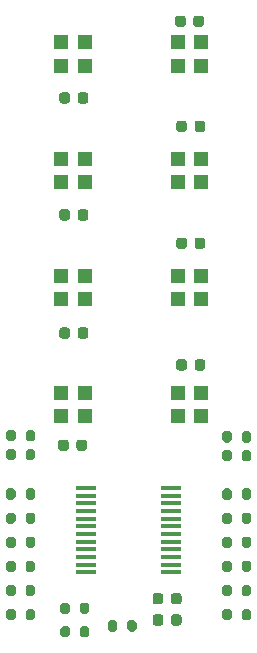
<source format=gtp>
%TF.GenerationSoftware,KiCad,Pcbnew,(5.1.12)-1*%
%TF.CreationDate,2022-08-18T12:31:04-07:00*%
%TF.ProjectId,HighPressureSensorArray,48696768-5072-4657-9373-75726553656e,rev?*%
%TF.SameCoordinates,Original*%
%TF.FileFunction,Paste,Top*%
%TF.FilePolarity,Positive*%
%FSLAX46Y46*%
G04 Gerber Fmt 4.6, Leading zero omitted, Abs format (unit mm)*
G04 Created by KiCad (PCBNEW (5.1.12)-1) date 2022-08-18 12:31:04*
%MOMM*%
%LPD*%
G01*
G04 APERTURE LIST*
%ADD10R,1.750000X0.450000*%
%ADD11R,1.300000X1.300000*%
G04 APERTURE END LIST*
G36*
G01*
X125725000Y-43550000D02*
X125725000Y-43050000D01*
G75*
G02*
X125950000Y-42825000I225000J0D01*
G01*
X126400000Y-42825000D01*
G75*
G02*
X126625000Y-43050000I0J-225000D01*
G01*
X126625000Y-43550000D01*
G75*
G02*
X126400000Y-43775000I-225000J0D01*
G01*
X125950000Y-43775000D01*
G75*
G02*
X125725000Y-43550000I0J225000D01*
G01*
G37*
G36*
G01*
X124175000Y-43550000D02*
X124175000Y-43050000D01*
G75*
G02*
X124400000Y-42825000I225000J0D01*
G01*
X124850000Y-42825000D01*
G75*
G02*
X125075000Y-43050000I0J-225000D01*
G01*
X125075000Y-43550000D01*
G75*
G02*
X124850000Y-43775000I-225000J0D01*
G01*
X124400000Y-43775000D01*
G75*
G02*
X124175000Y-43550000I0J225000D01*
G01*
G37*
G36*
G01*
X124175000Y-53450000D02*
X124175000Y-52950000D01*
G75*
G02*
X124400000Y-52725000I225000J0D01*
G01*
X124850000Y-52725000D01*
G75*
G02*
X125075000Y-52950000I0J-225000D01*
G01*
X125075000Y-53450000D01*
G75*
G02*
X124850000Y-53675000I-225000J0D01*
G01*
X124400000Y-53675000D01*
G75*
G02*
X124175000Y-53450000I0J225000D01*
G01*
G37*
G36*
G01*
X125725000Y-53450000D02*
X125725000Y-52950000D01*
G75*
G02*
X125950000Y-52725000I225000J0D01*
G01*
X126400000Y-52725000D01*
G75*
G02*
X126625000Y-52950000I0J-225000D01*
G01*
X126625000Y-53450000D01*
G75*
G02*
X126400000Y-53675000I-225000J0D01*
G01*
X125950000Y-53675000D01*
G75*
G02*
X125725000Y-53450000I0J225000D01*
G01*
G37*
G36*
G01*
X125725000Y-63450000D02*
X125725000Y-62950000D01*
G75*
G02*
X125950000Y-62725000I225000J0D01*
G01*
X126400000Y-62725000D01*
G75*
G02*
X126625000Y-62950000I0J-225000D01*
G01*
X126625000Y-63450000D01*
G75*
G02*
X126400000Y-63675000I-225000J0D01*
G01*
X125950000Y-63675000D01*
G75*
G02*
X125725000Y-63450000I0J225000D01*
G01*
G37*
G36*
G01*
X124175000Y-63450000D02*
X124175000Y-62950000D01*
G75*
G02*
X124400000Y-62725000I225000J0D01*
G01*
X124850000Y-62725000D01*
G75*
G02*
X125075000Y-62950000I0J-225000D01*
G01*
X125075000Y-63450000D01*
G75*
G02*
X124850000Y-63675000I-225000J0D01*
G01*
X124400000Y-63675000D01*
G75*
G02*
X124175000Y-63450000I0J225000D01*
G01*
G37*
G36*
G01*
X124075000Y-72950000D02*
X124075000Y-72450000D01*
G75*
G02*
X124300000Y-72225000I225000J0D01*
G01*
X124750000Y-72225000D01*
G75*
G02*
X124975000Y-72450000I0J-225000D01*
G01*
X124975000Y-72950000D01*
G75*
G02*
X124750000Y-73175000I-225000J0D01*
G01*
X124300000Y-73175000D01*
G75*
G02*
X124075000Y-72950000I0J225000D01*
G01*
G37*
G36*
G01*
X125625000Y-72950000D02*
X125625000Y-72450000D01*
G75*
G02*
X125850000Y-72225000I225000J0D01*
G01*
X126300000Y-72225000D01*
G75*
G02*
X126525000Y-72450000I0J-225000D01*
G01*
X126525000Y-72950000D01*
G75*
G02*
X126300000Y-73175000I-225000J0D01*
G01*
X125850000Y-73175000D01*
G75*
G02*
X125625000Y-72950000I0J225000D01*
G01*
G37*
G36*
G01*
X134875000Y-36550000D02*
X134875000Y-37050000D01*
G75*
G02*
X134650000Y-37275000I-225000J0D01*
G01*
X134200000Y-37275000D01*
G75*
G02*
X133975000Y-37050000I0J225000D01*
G01*
X133975000Y-36550000D01*
G75*
G02*
X134200000Y-36325000I225000J0D01*
G01*
X134650000Y-36325000D01*
G75*
G02*
X134875000Y-36550000I0J-225000D01*
G01*
G37*
G36*
G01*
X136425000Y-36550000D02*
X136425000Y-37050000D01*
G75*
G02*
X136200000Y-37275000I-225000J0D01*
G01*
X135750000Y-37275000D01*
G75*
G02*
X135525000Y-37050000I0J225000D01*
G01*
X135525000Y-36550000D01*
G75*
G02*
X135750000Y-36325000I225000J0D01*
G01*
X136200000Y-36325000D01*
G75*
G02*
X136425000Y-36550000I0J-225000D01*
G01*
G37*
G36*
G01*
X136525000Y-45450000D02*
X136525000Y-45950000D01*
G75*
G02*
X136300000Y-46175000I-225000J0D01*
G01*
X135850000Y-46175000D01*
G75*
G02*
X135625000Y-45950000I0J225000D01*
G01*
X135625000Y-45450000D01*
G75*
G02*
X135850000Y-45225000I225000J0D01*
G01*
X136300000Y-45225000D01*
G75*
G02*
X136525000Y-45450000I0J-225000D01*
G01*
G37*
G36*
G01*
X134975000Y-45450000D02*
X134975000Y-45950000D01*
G75*
G02*
X134750000Y-46175000I-225000J0D01*
G01*
X134300000Y-46175000D01*
G75*
G02*
X134075000Y-45950000I0J225000D01*
G01*
X134075000Y-45450000D01*
G75*
G02*
X134300000Y-45225000I225000J0D01*
G01*
X134750000Y-45225000D01*
G75*
G02*
X134975000Y-45450000I0J-225000D01*
G01*
G37*
G36*
G01*
X136525000Y-55350000D02*
X136525000Y-55850000D01*
G75*
G02*
X136300000Y-56075000I-225000J0D01*
G01*
X135850000Y-56075000D01*
G75*
G02*
X135625000Y-55850000I0J225000D01*
G01*
X135625000Y-55350000D01*
G75*
G02*
X135850000Y-55125000I225000J0D01*
G01*
X136300000Y-55125000D01*
G75*
G02*
X136525000Y-55350000I0J-225000D01*
G01*
G37*
G36*
G01*
X134975000Y-55350000D02*
X134975000Y-55850000D01*
G75*
G02*
X134750000Y-56075000I-225000J0D01*
G01*
X134300000Y-56075000D01*
G75*
G02*
X134075000Y-55850000I0J225000D01*
G01*
X134075000Y-55350000D01*
G75*
G02*
X134300000Y-55125000I225000J0D01*
G01*
X134750000Y-55125000D01*
G75*
G02*
X134975000Y-55350000I0J-225000D01*
G01*
G37*
G36*
G01*
X134975000Y-65650000D02*
X134975000Y-66150000D01*
G75*
G02*
X134750000Y-66375000I-225000J0D01*
G01*
X134300000Y-66375000D01*
G75*
G02*
X134075000Y-66150000I0J225000D01*
G01*
X134075000Y-65650000D01*
G75*
G02*
X134300000Y-65425000I225000J0D01*
G01*
X134750000Y-65425000D01*
G75*
G02*
X134975000Y-65650000I0J-225000D01*
G01*
G37*
G36*
G01*
X136525000Y-65650000D02*
X136525000Y-66150000D01*
G75*
G02*
X136300000Y-66375000I-225000J0D01*
G01*
X135850000Y-66375000D01*
G75*
G02*
X135625000Y-66150000I0J225000D01*
G01*
X135625000Y-65650000D01*
G75*
G02*
X135850000Y-65425000I225000J0D01*
G01*
X136300000Y-65425000D01*
G75*
G02*
X136525000Y-65650000I0J-225000D01*
G01*
G37*
G36*
G01*
X132075000Y-85950000D02*
X132075000Y-85450000D01*
G75*
G02*
X132300000Y-85225000I225000J0D01*
G01*
X132750000Y-85225000D01*
G75*
G02*
X132975000Y-85450000I0J-225000D01*
G01*
X132975000Y-85950000D01*
G75*
G02*
X132750000Y-86175000I-225000J0D01*
G01*
X132300000Y-86175000D01*
G75*
G02*
X132075000Y-85950000I0J225000D01*
G01*
G37*
G36*
G01*
X133625000Y-85950000D02*
X133625000Y-85450000D01*
G75*
G02*
X133850000Y-85225000I225000J0D01*
G01*
X134300000Y-85225000D01*
G75*
G02*
X134525000Y-85450000I0J-225000D01*
G01*
X134525000Y-85950000D01*
G75*
G02*
X134300000Y-86175000I-225000J0D01*
G01*
X133850000Y-86175000D01*
G75*
G02*
X133625000Y-85950000I0J225000D01*
G01*
G37*
G36*
G01*
X133625000Y-87750000D02*
X133625000Y-87250000D01*
G75*
G02*
X133850000Y-87025000I225000J0D01*
G01*
X134300000Y-87025000D01*
G75*
G02*
X134525000Y-87250000I0J-225000D01*
G01*
X134525000Y-87750000D01*
G75*
G02*
X134300000Y-87975000I-225000J0D01*
G01*
X133850000Y-87975000D01*
G75*
G02*
X133625000Y-87750000I0J225000D01*
G01*
G37*
G36*
G01*
X132075000Y-87750000D02*
X132075000Y-87250000D01*
G75*
G02*
X132300000Y-87025000I225000J0D01*
G01*
X132750000Y-87025000D01*
G75*
G02*
X132975000Y-87250000I0J-225000D01*
G01*
X132975000Y-87750000D01*
G75*
G02*
X132750000Y-87975000I-225000J0D01*
G01*
X132300000Y-87975000D01*
G75*
G02*
X132075000Y-87750000I0J225000D01*
G01*
G37*
G36*
G01*
X138775000Y-73325000D02*
X138775000Y-73875000D01*
G75*
G02*
X138575000Y-74075000I-200000J0D01*
G01*
X138175000Y-74075000D01*
G75*
G02*
X137975000Y-73875000I0J200000D01*
G01*
X137975000Y-73325000D01*
G75*
G02*
X138175000Y-73125000I200000J0D01*
G01*
X138575000Y-73125000D01*
G75*
G02*
X138775000Y-73325000I0J-200000D01*
G01*
G37*
G36*
G01*
X140425000Y-73325000D02*
X140425000Y-73875000D01*
G75*
G02*
X140225000Y-74075000I-200000J0D01*
G01*
X139825000Y-74075000D01*
G75*
G02*
X139625000Y-73875000I0J200000D01*
G01*
X139625000Y-73325000D01*
G75*
G02*
X139825000Y-73125000I200000J0D01*
G01*
X140225000Y-73125000D01*
G75*
G02*
X140425000Y-73325000I0J-200000D01*
G01*
G37*
G36*
G01*
X140425000Y-71725000D02*
X140425000Y-72275000D01*
G75*
G02*
X140225000Y-72475000I-200000J0D01*
G01*
X139825000Y-72475000D01*
G75*
G02*
X139625000Y-72275000I0J200000D01*
G01*
X139625000Y-71725000D01*
G75*
G02*
X139825000Y-71525000I200000J0D01*
G01*
X140225000Y-71525000D01*
G75*
G02*
X140425000Y-71725000I0J-200000D01*
G01*
G37*
G36*
G01*
X138775000Y-71725000D02*
X138775000Y-72275000D01*
G75*
G02*
X138575000Y-72475000I-200000J0D01*
G01*
X138175000Y-72475000D01*
G75*
G02*
X137975000Y-72275000I0J200000D01*
G01*
X137975000Y-71725000D01*
G75*
G02*
X138175000Y-71525000I200000J0D01*
G01*
X138575000Y-71525000D01*
G75*
G02*
X138775000Y-71725000I0J-200000D01*
G01*
G37*
G36*
G01*
X140425000Y-78604590D02*
X140425000Y-79154590D01*
G75*
G02*
X140225000Y-79354590I-200000J0D01*
G01*
X139825000Y-79354590D01*
G75*
G02*
X139625000Y-79154590I0J200000D01*
G01*
X139625000Y-78604590D01*
G75*
G02*
X139825000Y-78404590I200000J0D01*
G01*
X140225000Y-78404590D01*
G75*
G02*
X140425000Y-78604590I0J-200000D01*
G01*
G37*
G36*
G01*
X138775000Y-78604590D02*
X138775000Y-79154590D01*
G75*
G02*
X138575000Y-79354590I-200000J0D01*
G01*
X138175000Y-79354590D01*
G75*
G02*
X137975000Y-79154590I0J200000D01*
G01*
X137975000Y-78604590D01*
G75*
G02*
X138175000Y-78404590I200000J0D01*
G01*
X138575000Y-78404590D01*
G75*
G02*
X138775000Y-78604590I0J-200000D01*
G01*
G37*
G36*
G01*
X138775000Y-76563774D02*
X138775000Y-77113774D01*
G75*
G02*
X138575000Y-77313774I-200000J0D01*
G01*
X138175000Y-77313774D01*
G75*
G02*
X137975000Y-77113774I0J200000D01*
G01*
X137975000Y-76563774D01*
G75*
G02*
X138175000Y-76363774I200000J0D01*
G01*
X138575000Y-76363774D01*
G75*
G02*
X138775000Y-76563774I0J-200000D01*
G01*
G37*
G36*
G01*
X140425000Y-76563774D02*
X140425000Y-77113774D01*
G75*
G02*
X140225000Y-77313774I-200000J0D01*
G01*
X139825000Y-77313774D01*
G75*
G02*
X139625000Y-77113774I0J200000D01*
G01*
X139625000Y-76563774D01*
G75*
G02*
X139825000Y-76363774I200000J0D01*
G01*
X140225000Y-76363774D01*
G75*
G02*
X140425000Y-76563774I0J-200000D01*
G01*
G37*
G36*
G01*
X138775000Y-82686222D02*
X138775000Y-83236222D01*
G75*
G02*
X138575000Y-83436222I-200000J0D01*
G01*
X138175000Y-83436222D01*
G75*
G02*
X137975000Y-83236222I0J200000D01*
G01*
X137975000Y-82686222D01*
G75*
G02*
X138175000Y-82486222I200000J0D01*
G01*
X138575000Y-82486222D01*
G75*
G02*
X138775000Y-82686222I0J-200000D01*
G01*
G37*
G36*
G01*
X140425000Y-82686222D02*
X140425000Y-83236222D01*
G75*
G02*
X140225000Y-83436222I-200000J0D01*
G01*
X139825000Y-83436222D01*
G75*
G02*
X139625000Y-83236222I0J200000D01*
G01*
X139625000Y-82686222D01*
G75*
G02*
X139825000Y-82486222I200000J0D01*
G01*
X140225000Y-82486222D01*
G75*
G02*
X140425000Y-82686222I0J-200000D01*
G01*
G37*
G36*
G01*
X140425000Y-80645406D02*
X140425000Y-81195406D01*
G75*
G02*
X140225000Y-81395406I-200000J0D01*
G01*
X139825000Y-81395406D01*
G75*
G02*
X139625000Y-81195406I0J200000D01*
G01*
X139625000Y-80645406D01*
G75*
G02*
X139825000Y-80445406I200000J0D01*
G01*
X140225000Y-80445406D01*
G75*
G02*
X140425000Y-80645406I0J-200000D01*
G01*
G37*
G36*
G01*
X138775000Y-80645406D02*
X138775000Y-81195406D01*
G75*
G02*
X138575000Y-81395406I-200000J0D01*
G01*
X138175000Y-81395406D01*
G75*
G02*
X137975000Y-81195406I0J200000D01*
G01*
X137975000Y-80645406D01*
G75*
G02*
X138175000Y-80445406I200000J0D01*
G01*
X138575000Y-80445406D01*
G75*
G02*
X138775000Y-80645406I0J-200000D01*
G01*
G37*
G36*
G01*
X140425000Y-86767857D02*
X140425000Y-87317857D01*
G75*
G02*
X140225000Y-87517857I-200000J0D01*
G01*
X139825000Y-87517857D01*
G75*
G02*
X139625000Y-87317857I0J200000D01*
G01*
X139625000Y-86767857D01*
G75*
G02*
X139825000Y-86567857I200000J0D01*
G01*
X140225000Y-86567857D01*
G75*
G02*
X140425000Y-86767857I0J-200000D01*
G01*
G37*
G36*
G01*
X138775000Y-86767857D02*
X138775000Y-87317857D01*
G75*
G02*
X138575000Y-87517857I-200000J0D01*
G01*
X138175000Y-87517857D01*
G75*
G02*
X137975000Y-87317857I0J200000D01*
G01*
X137975000Y-86767857D01*
G75*
G02*
X138175000Y-86567857I200000J0D01*
G01*
X138575000Y-86567857D01*
G75*
G02*
X138775000Y-86767857I0J-200000D01*
G01*
G37*
G36*
G01*
X138775000Y-84727038D02*
X138775000Y-85277038D01*
G75*
G02*
X138575000Y-85477038I-200000J0D01*
G01*
X138175000Y-85477038D01*
G75*
G02*
X137975000Y-85277038I0J200000D01*
G01*
X137975000Y-84727038D01*
G75*
G02*
X138175000Y-84527038I200000J0D01*
G01*
X138575000Y-84527038D01*
G75*
G02*
X138775000Y-84727038I0J-200000D01*
G01*
G37*
G36*
G01*
X140425000Y-84727038D02*
X140425000Y-85277038D01*
G75*
G02*
X140225000Y-85477038I-200000J0D01*
G01*
X139825000Y-85477038D01*
G75*
G02*
X139625000Y-85277038I0J200000D01*
G01*
X139625000Y-84727038D01*
G75*
G02*
X139825000Y-84527038I200000J0D01*
G01*
X140225000Y-84527038D01*
G75*
G02*
X140425000Y-84727038I0J-200000D01*
G01*
G37*
G36*
G01*
X119675000Y-85276016D02*
X119675000Y-84726016D01*
G75*
G02*
X119875000Y-84526016I200000J0D01*
G01*
X120275000Y-84526016D01*
G75*
G02*
X120475000Y-84726016I0J-200000D01*
G01*
X120475000Y-85276016D01*
G75*
G02*
X120275000Y-85476016I-200000J0D01*
G01*
X119875000Y-85476016D01*
G75*
G02*
X119675000Y-85276016I0J200000D01*
G01*
G37*
G36*
G01*
X121325000Y-85276016D02*
X121325000Y-84726016D01*
G75*
G02*
X121525000Y-84526016I200000J0D01*
G01*
X121925000Y-84526016D01*
G75*
G02*
X122125000Y-84726016I0J-200000D01*
G01*
X122125000Y-85276016D01*
G75*
G02*
X121925000Y-85476016I-200000J0D01*
G01*
X121525000Y-85476016D01*
G75*
G02*
X121325000Y-85276016I0J200000D01*
G01*
G37*
G36*
G01*
X119675000Y-87317857D02*
X119675000Y-86767857D01*
G75*
G02*
X119875000Y-86567857I200000J0D01*
G01*
X120275000Y-86567857D01*
G75*
G02*
X120475000Y-86767857I0J-200000D01*
G01*
X120475000Y-87317857D01*
G75*
G02*
X120275000Y-87517857I-200000J0D01*
G01*
X119875000Y-87517857D01*
G75*
G02*
X119675000Y-87317857I0J200000D01*
G01*
G37*
G36*
G01*
X121325000Y-87317857D02*
X121325000Y-86767857D01*
G75*
G02*
X121525000Y-86567857I200000J0D01*
G01*
X121925000Y-86567857D01*
G75*
G02*
X122125000Y-86767857I0J-200000D01*
G01*
X122125000Y-87317857D01*
G75*
G02*
X121925000Y-87517857I-200000J0D01*
G01*
X121525000Y-87517857D01*
G75*
G02*
X121325000Y-87317857I0J200000D01*
G01*
G37*
G36*
G01*
X119675000Y-81192344D02*
X119675000Y-80642344D01*
G75*
G02*
X119875000Y-80442344I200000J0D01*
G01*
X120275000Y-80442344D01*
G75*
G02*
X120475000Y-80642344I0J-200000D01*
G01*
X120475000Y-81192344D01*
G75*
G02*
X120275000Y-81392344I-200000J0D01*
G01*
X119875000Y-81392344D01*
G75*
G02*
X119675000Y-81192344I0J200000D01*
G01*
G37*
G36*
G01*
X121325000Y-81192344D02*
X121325000Y-80642344D01*
G75*
G02*
X121525000Y-80442344I200000J0D01*
G01*
X121925000Y-80442344D01*
G75*
G02*
X122125000Y-80642344I0J-200000D01*
G01*
X122125000Y-81192344D01*
G75*
G02*
X121925000Y-81392344I-200000J0D01*
G01*
X121525000Y-81392344D01*
G75*
G02*
X121325000Y-81192344I0J200000D01*
G01*
G37*
G36*
G01*
X121325000Y-83234180D02*
X121325000Y-82684180D01*
G75*
G02*
X121525000Y-82484180I200000J0D01*
G01*
X121925000Y-82484180D01*
G75*
G02*
X122125000Y-82684180I0J-200000D01*
G01*
X122125000Y-83234180D01*
G75*
G02*
X121925000Y-83434180I-200000J0D01*
G01*
X121525000Y-83434180D01*
G75*
G02*
X121325000Y-83234180I0J200000D01*
G01*
G37*
G36*
G01*
X119675000Y-83234180D02*
X119675000Y-82684180D01*
G75*
G02*
X119875000Y-82484180I200000J0D01*
G01*
X120275000Y-82484180D01*
G75*
G02*
X120475000Y-82684180I0J-200000D01*
G01*
X120475000Y-83234180D01*
G75*
G02*
X120275000Y-83434180I-200000J0D01*
G01*
X119875000Y-83434180D01*
G75*
G02*
X119675000Y-83234180I0J200000D01*
G01*
G37*
G36*
G01*
X119675000Y-77108672D02*
X119675000Y-76558672D01*
G75*
G02*
X119875000Y-76358672I200000J0D01*
G01*
X120275000Y-76358672D01*
G75*
G02*
X120475000Y-76558672I0J-200000D01*
G01*
X120475000Y-77108672D01*
G75*
G02*
X120275000Y-77308672I-200000J0D01*
G01*
X119875000Y-77308672D01*
G75*
G02*
X119675000Y-77108672I0J200000D01*
G01*
G37*
G36*
G01*
X121325000Y-77108672D02*
X121325000Y-76558672D01*
G75*
G02*
X121525000Y-76358672I200000J0D01*
G01*
X121925000Y-76358672D01*
G75*
G02*
X122125000Y-76558672I0J-200000D01*
G01*
X122125000Y-77108672D01*
G75*
G02*
X121925000Y-77308672I-200000J0D01*
G01*
X121525000Y-77308672D01*
G75*
G02*
X121325000Y-77108672I0J200000D01*
G01*
G37*
G36*
G01*
X121325000Y-79150508D02*
X121325000Y-78600508D01*
G75*
G02*
X121525000Y-78400508I200000J0D01*
G01*
X121925000Y-78400508D01*
G75*
G02*
X122125000Y-78600508I0J-200000D01*
G01*
X122125000Y-79150508D01*
G75*
G02*
X121925000Y-79350508I-200000J0D01*
G01*
X121525000Y-79350508D01*
G75*
G02*
X121325000Y-79150508I0J200000D01*
G01*
G37*
G36*
G01*
X119675000Y-79150508D02*
X119675000Y-78600508D01*
G75*
G02*
X119875000Y-78400508I200000J0D01*
G01*
X120275000Y-78400508D01*
G75*
G02*
X120475000Y-78600508I0J-200000D01*
G01*
X120475000Y-79150508D01*
G75*
G02*
X120275000Y-79350508I-200000J0D01*
G01*
X119875000Y-79350508D01*
G75*
G02*
X119675000Y-79150508I0J200000D01*
G01*
G37*
G36*
G01*
X119675000Y-72175000D02*
X119675000Y-71625000D01*
G75*
G02*
X119875000Y-71425000I200000J0D01*
G01*
X120275000Y-71425000D01*
G75*
G02*
X120475000Y-71625000I0J-200000D01*
G01*
X120475000Y-72175000D01*
G75*
G02*
X120275000Y-72375000I-200000J0D01*
G01*
X119875000Y-72375000D01*
G75*
G02*
X119675000Y-72175000I0J200000D01*
G01*
G37*
G36*
G01*
X121325000Y-72175000D02*
X121325000Y-71625000D01*
G75*
G02*
X121525000Y-71425000I200000J0D01*
G01*
X121925000Y-71425000D01*
G75*
G02*
X122125000Y-71625000I0J-200000D01*
G01*
X122125000Y-72175000D01*
G75*
G02*
X121925000Y-72375000I-200000J0D01*
G01*
X121525000Y-72375000D01*
G75*
G02*
X121325000Y-72175000I0J200000D01*
G01*
G37*
G36*
G01*
X121325000Y-73775000D02*
X121325000Y-73225000D01*
G75*
G02*
X121525000Y-73025000I200000J0D01*
G01*
X121925000Y-73025000D01*
G75*
G02*
X122125000Y-73225000I0J-200000D01*
G01*
X122125000Y-73775000D01*
G75*
G02*
X121925000Y-73975000I-200000J0D01*
G01*
X121525000Y-73975000D01*
G75*
G02*
X121325000Y-73775000I0J200000D01*
G01*
G37*
G36*
G01*
X119675000Y-73775000D02*
X119675000Y-73225000D01*
G75*
G02*
X119875000Y-73025000I200000J0D01*
G01*
X120275000Y-73025000D01*
G75*
G02*
X120475000Y-73225000I0J-200000D01*
G01*
X120475000Y-73775000D01*
G75*
G02*
X120275000Y-73975000I-200000J0D01*
G01*
X119875000Y-73975000D01*
G75*
G02*
X119675000Y-73775000I0J200000D01*
G01*
G37*
G36*
G01*
X126725000Y-88225000D02*
X126725000Y-88775000D01*
G75*
G02*
X126525000Y-88975000I-200000J0D01*
G01*
X126125000Y-88975000D01*
G75*
G02*
X125925000Y-88775000I0J200000D01*
G01*
X125925000Y-88225000D01*
G75*
G02*
X126125000Y-88025000I200000J0D01*
G01*
X126525000Y-88025000D01*
G75*
G02*
X126725000Y-88225000I0J-200000D01*
G01*
G37*
G36*
G01*
X125075000Y-88225000D02*
X125075000Y-88775000D01*
G75*
G02*
X124875000Y-88975000I-200000J0D01*
G01*
X124475000Y-88975000D01*
G75*
G02*
X124275000Y-88775000I0J200000D01*
G01*
X124275000Y-88225000D01*
G75*
G02*
X124475000Y-88025000I200000J0D01*
G01*
X124875000Y-88025000D01*
G75*
G02*
X125075000Y-88225000I0J-200000D01*
G01*
G37*
G36*
G01*
X125075000Y-86225000D02*
X125075000Y-86775000D01*
G75*
G02*
X124875000Y-86975000I-200000J0D01*
G01*
X124475000Y-86975000D01*
G75*
G02*
X124275000Y-86775000I0J200000D01*
G01*
X124275000Y-86225000D01*
G75*
G02*
X124475000Y-86025000I200000J0D01*
G01*
X124875000Y-86025000D01*
G75*
G02*
X125075000Y-86225000I0J-200000D01*
G01*
G37*
G36*
G01*
X126725000Y-86225000D02*
X126725000Y-86775000D01*
G75*
G02*
X126525000Y-86975000I-200000J0D01*
G01*
X126125000Y-86975000D01*
G75*
G02*
X125925000Y-86775000I0J200000D01*
G01*
X125925000Y-86225000D01*
G75*
G02*
X126125000Y-86025000I200000J0D01*
G01*
X126525000Y-86025000D01*
G75*
G02*
X126725000Y-86225000I0J-200000D01*
G01*
G37*
G36*
G01*
X129075000Y-87725000D02*
X129075000Y-88275000D01*
G75*
G02*
X128875000Y-88475000I-200000J0D01*
G01*
X128475000Y-88475000D01*
G75*
G02*
X128275000Y-88275000I0J200000D01*
G01*
X128275000Y-87725000D01*
G75*
G02*
X128475000Y-87525000I200000J0D01*
G01*
X128875000Y-87525000D01*
G75*
G02*
X129075000Y-87725000I0J-200000D01*
G01*
G37*
G36*
G01*
X130725000Y-87725000D02*
X130725000Y-88275000D01*
G75*
G02*
X130525000Y-88475000I-200000J0D01*
G01*
X130125000Y-88475000D01*
G75*
G02*
X129925000Y-88275000I0J200000D01*
G01*
X129925000Y-87725000D01*
G75*
G02*
X130125000Y-87525000I200000J0D01*
G01*
X130525000Y-87525000D01*
G75*
G02*
X130725000Y-87725000I0J-200000D01*
G01*
G37*
D10*
X133600000Y-83475000D03*
X133600000Y-82825000D03*
X133600000Y-82175000D03*
X133600000Y-81525000D03*
X133600000Y-80875000D03*
X133600000Y-80225000D03*
X133600000Y-79575000D03*
X133600000Y-78925000D03*
X133600000Y-78275000D03*
X133600000Y-77625000D03*
X133600000Y-76975000D03*
X133600000Y-76325000D03*
X126400000Y-76325000D03*
X126400000Y-76975000D03*
X126400000Y-77625000D03*
X126400000Y-78275000D03*
X126400000Y-78925000D03*
X126400000Y-79575000D03*
X126400000Y-80225000D03*
X126400000Y-80875000D03*
X126400000Y-81525000D03*
X126400000Y-82175000D03*
X126400000Y-82825000D03*
X126400000Y-83475000D03*
D11*
X136212600Y-68250400D03*
X136212600Y-70250400D03*
X134212600Y-68250400D03*
X134212600Y-70250400D03*
X136212600Y-58350400D03*
X136212600Y-60350400D03*
X134212600Y-58350400D03*
X134212600Y-60350400D03*
X136212600Y-48450400D03*
X136212600Y-50450400D03*
X134212600Y-48450400D03*
X134212600Y-50450400D03*
X134212600Y-40550400D03*
X134212600Y-38550400D03*
X136212600Y-40550400D03*
X136212600Y-38550400D03*
X124312600Y-40550400D03*
X124312600Y-38550400D03*
X126312600Y-40550400D03*
X126312600Y-38550400D03*
X126312600Y-48450400D03*
X126312600Y-50450400D03*
X124312600Y-48450400D03*
X124312600Y-50450400D03*
X124312600Y-60350400D03*
X124312600Y-58350400D03*
X126312600Y-60350400D03*
X126312600Y-58350400D03*
X124312600Y-70250400D03*
X124312600Y-68250400D03*
X126312600Y-70250400D03*
X126312600Y-68250400D03*
M02*

</source>
